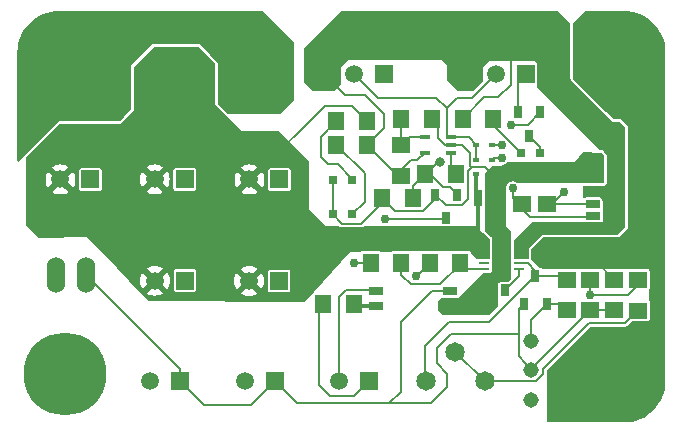
<source format=gbr>
%TF.GenerationSoftware,KiCad,Pcbnew,7.0.1*%
%TF.CreationDate,2023-03-31T01:00:54+09:00*%
%TF.ProjectId,USB_JST-XH_Converter,5553425f-4a53-4542-9d58-485f436f6e76,rev?*%
%TF.SameCoordinates,Original*%
%TF.FileFunction,Copper,L1,Top*%
%TF.FilePolarity,Positive*%
%FSLAX46Y46*%
G04 Gerber Fmt 4.6, Leading zero omitted, Abs format (unit mm)*
G04 Created by KiCad (PCBNEW 7.0.1) date 2023-03-31 01:00:54*
%MOMM*%
%LPD*%
G01*
G04 APERTURE LIST*
%TA.AperFunction,ComponentPad*%
%ADD10R,1.508000X1.508000*%
%TD*%
%TA.AperFunction,ComponentPad*%
%ADD11C,1.508000*%
%TD*%
%TA.AperFunction,ComponentPad*%
%ADD12C,1.308000*%
%TD*%
%TA.AperFunction,SMDPad,CuDef*%
%ADD13R,0.800000X0.800000*%
%TD*%
%TA.AperFunction,SMDPad,CuDef*%
%ADD14R,1.400000X1.650000*%
%TD*%
%TA.AperFunction,ComponentPad*%
%ADD15C,7.010400*%
%TD*%
%TA.AperFunction,SMDPad,CuDef*%
%ADD16R,1.650000X1.400000*%
%TD*%
%TA.AperFunction,SMDPad,CuDef*%
%ADD17R,0.800000X1.400000*%
%TD*%
%TA.AperFunction,SMDPad,CuDef*%
%ADD18R,1.400000X0.800000*%
%TD*%
%TA.AperFunction,SMDPad,CuDef*%
%ADD19R,1.200000X0.800000*%
%TD*%
%TA.AperFunction,ComponentPad*%
%ADD20C,1.650000*%
%TD*%
%TA.AperFunction,ComponentPad*%
%ADD21O,1.524000X3.048000*%
%TD*%
%TA.AperFunction,SMDPad,CuDef*%
%ADD22R,0.800000X1.000000*%
%TD*%
%TA.AperFunction,SMDPad,CuDef*%
%ADD23R,0.500000X0.530000*%
%TD*%
%TA.AperFunction,SMDPad,CuDef*%
%ADD24R,0.480000X0.400000*%
%TD*%
%TA.AperFunction,SMDPad,CuDef*%
%ADD25R,0.950000X0.450000*%
%TD*%
%TA.AperFunction,SMDPad,CuDef*%
%ADD26R,3.500000X2.500000*%
%TD*%
%TA.AperFunction,SMDPad,CuDef*%
%ADD27R,0.850000X0.280000*%
%TD*%
%TA.AperFunction,SMDPad,CuDef*%
%ADD28R,1.650000X2.400000*%
%TD*%
%TA.AperFunction,SMDPad,CuDef*%
%ADD29R,0.280000X0.700000*%
%TD*%
%TA.AperFunction,SMDPad,CuDef*%
%ADD30R,1.150000X0.700000*%
%TD*%
%TA.AperFunction,SMDPad,CuDef*%
%ADD31R,1.150000X0.800000*%
%TD*%
%TA.AperFunction,SMDPad,CuDef*%
%ADD32R,1.150000X0.900000*%
%TD*%
%TA.AperFunction,ComponentPad*%
%ADD33O,1.700000X1.000000*%
%TD*%
%TA.AperFunction,ViaPad*%
%ADD34C,1.406400*%
%TD*%
%TA.AperFunction,ViaPad*%
%ADD35C,0.756400*%
%TD*%
%TA.AperFunction,ViaPad*%
%ADD36C,0.800000*%
%TD*%
%TA.AperFunction,ViaPad*%
%ADD37C,0.756000*%
%TD*%
%TA.AperFunction,Conductor*%
%ADD38C,0.200000*%
%TD*%
%TA.AperFunction,Conductor*%
%ADD39C,0.300000*%
%TD*%
G04 APERTURE END LIST*
D10*
%TO.P,PORT2,1*%
%TO.N,GND*%
X135231100Y-101854000D03*
D11*
%TO.P,PORT2,2*%
%TO.N,VCC*%
X132691100Y-101854000D03*
%TD*%
D10*
%TO.P,PORT3,1*%
%TO.N,GND*%
X143256000Y-101854000D03*
D11*
%TO.P,PORT3,2*%
%TO.N,VCC*%
X140716000Y-101854000D03*
%TD*%
D10*
%TO.P,PORT4,1*%
%TO.N,GND*%
X135241100Y-110418600D03*
D11*
%TO.P,PORT4,2*%
%TO.N,VCC*%
X132701100Y-110418600D03*
%TD*%
D10*
%TO.P,PORT5,1*%
%TO.N,GND*%
X143231100Y-110448600D03*
D11*
%TO.P,PORT5,2*%
%TO.N,VCC*%
X140691100Y-110448600D03*
%TD*%
D12*
%TO.P,SW1,C*%
%TO.N,SWITCH*%
X164571100Y-118018600D03*
%TO.P,SW1,L*%
%TO.N,Net-(SW1-PadL)*%
X164571100Y-120518600D03*
%TO.P,SW1,R*%
%TO.N,GND*%
X164571100Y-115518600D03*
%TD*%
D13*
%TO.P,SW2,A*%
%TO.N,Net-(R2-PadLEFT)*%
X149421100Y-101928600D03*
%TO.P,SW2,K*%
%TO.N,GND*%
X147771100Y-101928600D03*
%TD*%
D14*
%TO.P,R2,LEFT*%
%TO.N,Net-(R2-PadLEFT)*%
X148071100Y-96928600D03*
%TO.P,R2,RIGHT*%
%TO.N,VCC*%
X150671100Y-96928600D03*
%TD*%
D15*
%TO.P,H1,P$1*%
%TO.N,GND*%
X125131100Y-91628600D03*
%TD*%
%TO.P,H2,P$1*%
%TO.N,GND*%
X125131100Y-118328600D03*
%TD*%
%TO.P,H3,P$1*%
%TO.N,GND*%
X171871100Y-91628600D03*
%TD*%
D16*
%TO.P,R3,LEFT*%
%TO.N,CC1*%
X163825000Y-103928600D03*
%TO.P,R3,RIGHT*%
%TO.N,GND*%
X163825000Y-101328600D03*
%TD*%
%TO.P,R4,LEFT*%
%TO.N,CC2*%
X165875000Y-103928600D03*
%TO.P,R4,RIGHT*%
%TO.N,GND*%
X165875000Y-101328600D03*
%TD*%
D10*
%TO.P,SWITCH,1*%
%TO.N,SWITCH*%
X134841100Y-118928600D03*
D11*
%TO.P,SWITCH,2*%
%TO.N,GND*%
X132301100Y-118928600D03*
%TD*%
D10*
%TO.P,CTRL,1*%
%TO.N,SWITCH*%
X142841100Y-118928600D03*
D11*
%TO.P,CTRL,2*%
%TO.N,Net-(CTRL1-Pad2)*%
X140301100Y-118928600D03*
%TD*%
D10*
%TO.P,CTRLSP,1*%
%TO.N,Net-(CTRL_I1-Pad1)*%
X150841100Y-118928600D03*
D11*
%TO.P,CTRLSP,2*%
%TO.N,Net-(CTRL_I1-Pad2)*%
X148301100Y-118928600D03*
%TD*%
D17*
%TO.P,C1,P$1*%
%TO.N,VCC*%
X160071100Y-103428600D03*
%TO.P,C1,P$2*%
%TO.N,GND*%
X162071100Y-103428600D03*
%TD*%
D18*
%TO.P,C2,P$1*%
%TO.N,VCC_P*%
X165571100Y-105928600D03*
%TO.P,C2,P$2*%
%TO.N,GND*%
X165571100Y-107928600D03*
%TD*%
D16*
%TO.P,R6,LEFT*%
%TO.N,Net-(R6-PadLEFT)*%
X173575000Y-112950000D03*
%TO.P,R6,RIGHT*%
%TO.N,VCC_P*%
X173575000Y-110350000D03*
%TD*%
%TO.P,R7,LEFT*%
%TO.N,GND*%
X167571100Y-112928600D03*
%TO.P,R7,RIGHT*%
%TO.N,Net-(R7-PadRIGHT)*%
X167571100Y-110328600D03*
%TD*%
%TO.P,R8,LEFT*%
%TO.N,Net-(COMP1-PadIN-)*%
X153571100Y-98928600D03*
%TO.P,R8,RIGHT*%
%TO.N,VCC_P*%
X153571100Y-101528600D03*
%TD*%
D14*
%TO.P,R9,LEFT*%
%TO.N,Net-(COMP1-PadIN-)*%
X153571100Y-96728600D03*
%TO.P,R9,RIGHT*%
%TO.N,GND*%
X156171100Y-96728600D03*
%TD*%
%TO.P,R12,LEFT*%
%TO.N,ILIM*%
X153571100Y-108928600D03*
%TO.P,R12,RIGHT*%
%TO.N,Net-(FET1-PadD)*%
X150971100Y-108928600D03*
%TD*%
%TO.P,R13,LEFT*%
%TO.N,ILIM*%
X158571100Y-108928600D03*
%TO.P,R13,RIGHT*%
%TO.N,GND*%
X155971100Y-108928600D03*
%TD*%
D19*
%TO.P,U2,1*%
%TO.N,Net-(CTRL_I1-Pad2)*%
X151421100Y-111293600D03*
%TO.P,U2,2*%
%TO.N,Net-(R5-PadLEFT)*%
X151421100Y-112563600D03*
%TO.P,U2,3*%
%TO.N,GND*%
X157721100Y-112563600D03*
%TO.P,U2,4*%
%TO.N,SWITCH*%
X157721100Y-111293600D03*
%TD*%
D20*
%TO.P,TP1,CENTER*%
%TO.N,Net-(R6-PadLEFT)*%
X158121100Y-116428600D03*
%TO.P,TP1,LEFT*%
%TO.N,Net-(R7-PadRIGHT)*%
X155621100Y-118928600D03*
%TO.P,TP1,RIGHT*%
%TO.N,Net-(R6-PadLEFT)*%
X160621100Y-118928600D03*
%TD*%
D14*
%TO.P,R5,LEFT*%
%TO.N,Net-(R5-PadLEFT)*%
X149571100Y-112428600D03*
%TO.P,R5,RIGHT*%
%TO.N,Net-(CTRL_I1-Pad1)*%
X146971100Y-112428600D03*
%TD*%
D16*
%TO.P,R14,LEFT*%
%TO.N,SWITCH*%
X169571100Y-112928600D03*
%TO.P,R14,RIGHT*%
%TO.N,VCC_P*%
X169571100Y-110328600D03*
%TD*%
D21*
%TO.P,JP1,1*%
%TO.N,SWITCH*%
X126841100Y-109928600D03*
%TO.P,JP1,2*%
%TO.N,GND*%
X124301100Y-109928600D03*
%TD*%
D22*
%TO.P,TR1,B*%
%TO.N,SWITCH*%
X163971100Y-112428600D03*
%TO.P,TR1,C*%
%TO.N,Net-(R7-PadRIGHT)*%
X164921100Y-110028600D03*
%TO.P,TR1,E*%
%TO.N,GND*%
X165871100Y-112428600D03*
%TD*%
D23*
%TO.P,D2,A*%
%TO.N,GND*%
X167571100Y-107363600D03*
%TO.P,D2,C*%
%TO.N,VCC_P*%
X167571100Y-105893600D03*
%TD*%
D24*
%TO.P,D1,A*%
%TO.N,GND*%
X161231100Y-101428600D03*
%TO.P,D1,C*%
%TO.N,VCC*%
X159911100Y-101428600D03*
%TD*%
%TO.P,D3,A*%
%TO.N,CC1*%
X161210000Y-100175000D03*
%TO.P,D3,C*%
%TO.N,CC*%
X159890000Y-100175000D03*
%TD*%
%TO.P,D4,A*%
%TO.N,CC2*%
X161231100Y-98900000D03*
%TO.P,D4,C*%
%TO.N,CC*%
X159911100Y-98900000D03*
%TD*%
D25*
%TO.P,COMP1,IN+*%
%TO.N,CC*%
X157771100Y-98278600D03*
%TO.P,COMP1,IN-*%
%TO.N,Net-(COMP1-PadIN-)*%
X155571100Y-98278600D03*
%TO.P,COMP1,OUT*%
%TO.N,Net-(COMP1-PadOUT)*%
X157771100Y-99578600D03*
%TO.P,COMP1,VDD*%
%TO.N,VCC_P*%
X155571100Y-99578600D03*
%TO.P,COMP1,VSS*%
%TO.N,GND*%
X157771100Y-98928600D03*
%TD*%
D13*
%TO.P,POW1,A*%
%TO.N,Net-(POW1-PadA)*%
X149421100Y-104800000D03*
%TO.P,POW1,K*%
%TO.N,GND*%
X147771100Y-104800000D03*
%TD*%
D14*
%TO.P,R1,LEFT*%
%TO.N,Net-(POW1-PadA)*%
X148071100Y-98928600D03*
%TO.P,R1,RIGHT*%
%TO.N,VCC_P*%
X150671100Y-98928600D03*
%TD*%
D10*
%TO.P,POWER,1*%
%TO.N,GND*%
X152111100Y-92928600D03*
D11*
%TO.P,POWER,2*%
%TO.N,CC*%
X149571100Y-92928600D03*
%TO.P,POWER,3*%
%TO.N,VCC_P*%
X147031100Y-92928600D03*
%TD*%
D22*
%TO.P,C3,L*%
%TO.N,Net-(C3-PadL)*%
X162371100Y-111228600D03*
%TO.P,C3,R*%
%TO.N,GND*%
X160771100Y-111228600D03*
%TD*%
D26*
%TO.P,C4,A*%
%TO.N,VCC*%
X134321100Y-91928600D03*
%TO.P,C4,C*%
%TO.N,GND*%
X140821100Y-91928600D03*
%TD*%
D27*
%TO.P,U1,DVDT*%
%TO.N,Net-(C3-PadL)*%
X163546100Y-109428600D03*
%TO.P,U1,EFET*%
%TO.N,Net-(U1-PadEFET)*%
X160596100Y-108928600D03*
%TO.P,U1,EN/UVLO*%
%TO.N,Net-(R7-PadRIGHT)*%
X163546100Y-108928600D03*
D28*
%TO.P,U1,GND1*%
%TO.N,GND*%
X162071100Y-108428600D03*
D29*
%TO.P,U1,GND2*%
X162321100Y-109978600D03*
%TO.P,U1,GND3*%
X161821100Y-109978600D03*
%TO.P,U1,GND4*%
X162321100Y-106878600D03*
%TO.P,U1,GND5*%
X161821100Y-106878600D03*
D27*
%TO.P,U1,ILIM*%
%TO.N,ILIM*%
X160596100Y-109428600D03*
%TO.P,U1,VIN1*%
%TO.N,VCC_P*%
X163546100Y-108428600D03*
%TO.P,U1,VIN2*%
X163546100Y-107928600D03*
%TO.P,U1,VIN3*%
X163546100Y-107428600D03*
%TO.P,U1,VOUT1*%
%TO.N,VCC*%
X160596100Y-108428600D03*
%TO.P,U1,VOUT2*%
X160596100Y-107928600D03*
%TO.P,U1,VOUT3*%
X160596100Y-107428600D03*
%TD*%
D30*
%TO.P,USB1,A5*%
%TO.N,CC1*%
X169771100Y-104928600D03*
D31*
%TO.P,USB1,A9*%
%TO.N,VCC_P*%
X169771100Y-102908600D03*
D32*
%TO.P,USB1,A12*%
%TO.N,GND*%
X169771100Y-101678600D03*
D30*
%TO.P,USB1,B5*%
%TO.N,CC2*%
X169771100Y-103928600D03*
D31*
%TO.P,USB1,B9*%
%TO.N,VCC_P*%
X169771100Y-105948600D03*
D32*
%TO.P,USB1,B12*%
%TO.N,GND*%
X169771100Y-107178600D03*
D33*
%TO.P,USB1,SHIELD1*%
X169771100Y-108748600D03*
%TO.P,USB1,SHIELD2*%
X169771100Y-100108600D03*
%TO.P,USB1,SHIELD3*%
X173571100Y-108748600D03*
%TO.P,USB1,SHIELD4*%
X173571100Y-100108600D03*
%TD*%
D10*
%TO.P,PORT1,1*%
%TO.N,GND*%
X127254000Y-101854000D03*
D11*
%TO.P,PORT1,2*%
%TO.N,VCC*%
X124714000Y-101854000D03*
%TD*%
D15*
%TO.P,H4,P$1*%
%TO.N,GND*%
X171871100Y-118328600D03*
%TD*%
D16*
%TO.P,R16,LEFT*%
%TO.N,SWITCH*%
X171600000Y-112925000D03*
%TO.P,R16,RIGHT*%
%TO.N,GND*%
X171600000Y-110325000D03*
%TD*%
D14*
%TO.P,R18,LEFT*%
%TO.N,VCC_P*%
X158775000Y-96700000D03*
%TO.P,R18,RIGHT*%
%TO.N,Net-(LED1-PadA)*%
X161375000Y-96700000D03*
%TD*%
D10*
%TO.P,THRU,1*%
%TO.N,GND*%
X164111100Y-92928600D03*
D11*
%TO.P,THRU,2*%
%TO.N,CC*%
X161571100Y-92928600D03*
%TO.P,THRU,3*%
%TO.N,VCC_P*%
X159031100Y-92928600D03*
%TD*%
D22*
%TO.P,FET2,D*%
%TO.N,Net-(FET2-PadD)*%
X164400000Y-98150000D03*
%TO.P,FET2,G*%
%TO.N,OUT*%
X165350000Y-96150000D03*
%TO.P,FET2,S*%
%TO.N,GND*%
X163450000Y-96150000D03*
%TD*%
D13*
%TO.P,LED1,A*%
%TO.N,Net-(LED1-PadA)*%
X163700000Y-99600000D03*
%TO.P,LED1,K*%
%TO.N,Net-(FET2-PadD)*%
X165350000Y-99600000D03*
%TD*%
D22*
%TO.P,FET1,D*%
%TO.N,Net-(FET1-PadD)*%
X157371100Y-105128600D03*
%TO.P,FET1,G*%
%TO.N,OUT*%
X158321100Y-103128600D03*
%TO.P,FET1,S*%
%TO.N,GND*%
X156421100Y-103128600D03*
%TD*%
D14*
%TO.P,R12,LEFT*%
%TO.N,OUT*%
X155571100Y-101428600D03*
%TO.P,R12,RIGHT*%
%TO.N,Net-(COMP1-PadOUT)*%
X158171100Y-101428600D03*
%TD*%
%TO.P,R13,LEFT*%
%TO.N,OUT*%
X154571100Y-103428600D03*
%TO.P,R13,RIGHT*%
%TO.N,GND*%
X151971100Y-103428600D03*
%TD*%
D34*
%TO.N,GND*%
X171871100Y-94180400D03*
D35*
X143571100Y-94928600D03*
D34*
X126935493Y-89824207D03*
X122579300Y-118328600D03*
D35*
X154801700Y-110028600D03*
D34*
X123326706Y-89824207D03*
X170066706Y-93432994D03*
X169319300Y-118328600D03*
X127682900Y-118328600D03*
X125131100Y-120880400D03*
X127682900Y-91628600D03*
X123326706Y-93432994D03*
X174422900Y-91628600D03*
X171871100Y-120880400D03*
D35*
X161971100Y-105328600D03*
D34*
X125131100Y-94180400D03*
X170066706Y-120132994D03*
X174422900Y-118328600D03*
X123326706Y-116524207D03*
D35*
X160771100Y-112828600D03*
D34*
X122579300Y-91628600D03*
X126935493Y-93432994D03*
X171871100Y-115776800D03*
X125131100Y-115776800D03*
X170066706Y-89824207D03*
X173675493Y-116524207D03*
X125131100Y-89076800D03*
X173675493Y-89824207D03*
X171871100Y-89076800D03*
X173675493Y-93432994D03*
X170066706Y-116524207D03*
X123326706Y-120132994D03*
X126935493Y-120132994D03*
X126935493Y-116524207D03*
X169319300Y-91628600D03*
D35*
X143571100Y-90428600D03*
D34*
X173675493Y-120132994D03*
D35*
%TO.N,CC1*%
X162071100Y-100025000D03*
X163025000Y-102600000D03*
%TO.N,CC2*%
X162075000Y-98900000D03*
X167371100Y-102928600D03*
%TO.N,VCC_P*%
X169571100Y-111628600D03*
X171471100Y-105928600D03*
%TO.N,Net-(FET1-PadD)*%
X152171100Y-105228600D03*
X149571100Y-108928600D03*
D36*
%TO.N,OUT*%
X156875000Y-100350000D03*
D37*
X162825000Y-97225000D03*
%TD*%
D38*
%TO.N,VCC*%
X150671100Y-96928600D02*
X149371100Y-95628600D01*
X147071100Y-95628600D02*
X140691100Y-102008600D01*
D39*
X159911100Y-101428600D02*
X159911100Y-103268600D01*
D38*
X140691100Y-102008600D02*
X140691100Y-102428600D01*
D39*
X159911100Y-103268600D02*
X160071100Y-103428600D01*
D38*
X149371100Y-95628600D02*
X147071100Y-95628600D01*
D39*
X160071100Y-103428600D02*
X160071100Y-106903600D01*
X160071100Y-106903600D02*
X160596100Y-107428600D01*
D38*
%TO.N,GND*%
X171571822Y-110350000D02*
X171575000Y-110350000D01*
X157271100Y-98928600D02*
X157771100Y-98928600D01*
X170023600Y-108748600D02*
X169771100Y-108748600D01*
X156171100Y-96728600D02*
X156671100Y-97228600D01*
X157316550Y-103981000D02*
X156464150Y-103128600D01*
X156464150Y-103128600D02*
X156421100Y-103128600D01*
X159223500Y-103483150D02*
X158725650Y-103981000D01*
X163450000Y-93589700D02*
X164111100Y-92928600D01*
X158703600Y-98928600D02*
X159375000Y-99600000D01*
X164571100Y-115518600D02*
X164571100Y-113728600D01*
X151971100Y-103808900D02*
X150160000Y-105600000D01*
X154801700Y-110028600D02*
X154871100Y-110028600D01*
X167071100Y-112428600D02*
X167571100Y-112928600D01*
X156421100Y-103528600D02*
X156421100Y-103128600D01*
X158725650Y-103981000D02*
X157316550Y-103981000D01*
X148550000Y-105600000D02*
X147771100Y-104800000D01*
X156671100Y-98328600D02*
X157271100Y-98928600D01*
X151971100Y-103428600D02*
X153071100Y-104528600D01*
X171600000Y-110325000D02*
X170023600Y-108748600D01*
X157771100Y-98928600D02*
X158703600Y-98928600D01*
X155971100Y-108928600D02*
X154871100Y-110028600D01*
X165871100Y-112428600D02*
X167071100Y-112428600D01*
X159375000Y-99600000D02*
X159375000Y-100632500D01*
X153071100Y-104528600D02*
X155421100Y-104528600D01*
X147771100Y-104800000D02*
X147771100Y-101928600D01*
X159223500Y-101176200D02*
X159223500Y-103483150D01*
X164571100Y-113728600D02*
X165871100Y-112428600D01*
X155421100Y-104528600D02*
X156421100Y-103528600D01*
X156671100Y-97228600D02*
X156671100Y-98328600D01*
X160631100Y-100828600D02*
X161231100Y-101428600D01*
X169229700Y-100650000D02*
X169771100Y-100108600D01*
X159571100Y-100828600D02*
X159223500Y-101176200D01*
X159375000Y-100632500D02*
X159418699Y-100676199D01*
X169771100Y-108748600D02*
X169970422Y-108748600D01*
X169479700Y-100400000D02*
X169771100Y-100108600D01*
X163450000Y-96150000D02*
X163450000Y-93589700D01*
X159571100Y-100828600D02*
X160631100Y-100828600D01*
X150160000Y-105600000D02*
X148550000Y-105600000D01*
X159418699Y-100676199D02*
X159571100Y-100828600D01*
X151971100Y-103428600D02*
X151971100Y-103808900D01*
%TO.N,CC1*%
X162071100Y-100025000D02*
X161360000Y-100025000D01*
X163825000Y-103928600D02*
X163528600Y-103928600D01*
X164505000Y-105070000D02*
X163825000Y-104390000D01*
X163001700Y-102859200D02*
X163001700Y-102728600D01*
X163528600Y-103928600D02*
X163025000Y-103425000D01*
X163825000Y-104390000D02*
X163825000Y-103928600D01*
X163025000Y-103425000D02*
X163025000Y-102600000D01*
X164071100Y-104128600D02*
X164071100Y-103928600D01*
X161360000Y-100025000D02*
X161210000Y-100175000D01*
X164071100Y-103928600D02*
X164071100Y-104281100D01*
X169629700Y-105070000D02*
X164505000Y-105070000D01*
X169771100Y-104928600D02*
X169629700Y-105070000D01*
%TO.N,CC2*%
X162075000Y-98900000D02*
X161231100Y-98900000D01*
X167371100Y-102928600D02*
X166371100Y-103928600D01*
X166071100Y-103928600D02*
X166371100Y-103928600D01*
X169771100Y-103928600D02*
X166071100Y-103928600D01*
%TO.N,SWITCH*%
X163571100Y-116838600D02*
X163571100Y-114928600D01*
X157471100Y-118328600D02*
X156571100Y-117428600D01*
X144725100Y-120812600D02*
X152571100Y-120812600D01*
X156571100Y-116128600D02*
X157771100Y-114928600D01*
X164661100Y-117838600D02*
X169571100Y-112928600D01*
X163571100Y-114928600D02*
X163571100Y-112828600D01*
X134841100Y-117928600D02*
X134841100Y-118928600D01*
X142841100Y-118928600D02*
X144725100Y-120812600D01*
X140871100Y-120928600D02*
X142841100Y-118958600D01*
X156206100Y-111293600D02*
X157721100Y-111293600D01*
X164571100Y-118018600D02*
X164661100Y-117838600D01*
X169574700Y-112925000D02*
X169571100Y-112928600D01*
X157771100Y-114928600D02*
X163571100Y-114928600D01*
X157471100Y-119428600D02*
X157471100Y-118328600D01*
X164571100Y-118018600D02*
X163571100Y-116838600D01*
X136841100Y-120928600D02*
X140871100Y-120928600D01*
X152571100Y-120812600D02*
X156087100Y-120812600D01*
X163571100Y-112828600D02*
X163971100Y-112428600D01*
X156087100Y-120812600D02*
X157471100Y-119428600D01*
X134841100Y-117928600D02*
X126841100Y-109928600D01*
X171600000Y-112925000D02*
X169574700Y-112925000D01*
X153571100Y-119812600D02*
X153571100Y-113928600D01*
X142841100Y-118958600D02*
X142841100Y-118928600D01*
X156571100Y-117428600D02*
X156571100Y-116128600D01*
X153571100Y-113928600D02*
X156206100Y-111293600D01*
X134841100Y-118928600D02*
X136841100Y-120928600D01*
X153571100Y-119812600D02*
X152571100Y-120812600D01*
%TO.N,VCC_P*%
X169571100Y-110328600D02*
X169571100Y-111628600D01*
X150471100Y-94728600D02*
X148771100Y-94728600D01*
X152071100Y-96328600D02*
X150471100Y-94728600D01*
X147031100Y-92988600D02*
X147031100Y-92928600D01*
X148771100Y-94728600D02*
X147031100Y-92988600D01*
X155571100Y-99578600D02*
X155221100Y-99578600D01*
X150671100Y-98928600D02*
X152871100Y-101128600D01*
X153671100Y-101128600D02*
X153571100Y-101528600D01*
X150671100Y-98928600D02*
X152071100Y-97528600D01*
X152871100Y-101128600D02*
X153571100Y-101528600D01*
X152071100Y-97528600D02*
X152071100Y-96328600D01*
X154921100Y-100228600D02*
X154371100Y-100228600D01*
X171471100Y-105928600D02*
X171571100Y-105828600D01*
X154371100Y-100228600D02*
X153571100Y-101028600D01*
X153571100Y-101028600D02*
X153571100Y-101528600D01*
X171571100Y-105828600D02*
X171571100Y-104928600D01*
X155571100Y-99578600D02*
X154921100Y-100228600D01*
X162825000Y-93825000D02*
X161775000Y-94875000D01*
X158575000Y-96725000D02*
X158775000Y-96725000D01*
X173575000Y-110328600D02*
X173575000Y-110825000D01*
X162350000Y-91000000D02*
X162825000Y-91475000D01*
X173575000Y-110825000D02*
X172771400Y-111628600D01*
X172771400Y-111628600D02*
X169571100Y-111628600D01*
X161775000Y-94875000D02*
X160600000Y-94875000D01*
X162825000Y-91475000D02*
X162825000Y-93825000D01*
X160600000Y-94875000D02*
X158775000Y-96700000D01*
X159031100Y-92928600D02*
X160959700Y-91000000D01*
X160959700Y-91000000D02*
X162350000Y-91000000D01*
%TO.N,ILIM*%
X153571100Y-108928600D02*
X153571100Y-109928600D01*
X160596100Y-109428600D02*
X159071100Y-109428600D01*
X159071100Y-109428600D02*
X158621100Y-108978600D01*
X156871100Y-110728600D02*
X158621100Y-108978600D01*
X154371100Y-110728600D02*
X153571100Y-109928600D01*
X158621100Y-108978600D02*
X158571100Y-108928600D01*
X154371100Y-110728600D02*
X156871100Y-110728600D01*
%TO.N,CC*%
X157400000Y-95825000D02*
X158300000Y-94925000D01*
X157771100Y-98278600D02*
X159289700Y-98278600D01*
X159911100Y-98900000D02*
X159911100Y-100153900D01*
X159911100Y-100153900D02*
X159890000Y-100175000D01*
X156503600Y-94928600D02*
X157400000Y-95825000D01*
X149571100Y-92928600D02*
X151571100Y-94928600D01*
X159289700Y-98278600D02*
X159911100Y-98900000D01*
X157400000Y-98025000D02*
X157400000Y-98220000D01*
X157400000Y-95825000D02*
X157400000Y-98025000D01*
X158300000Y-94925000D02*
X159574700Y-94925000D01*
X151571100Y-94928600D02*
X156503600Y-94928600D01*
X159574700Y-94925000D02*
X161571100Y-92928600D01*
%TO.N,Net-(R2-PadLEFT)*%
X148171100Y-100528600D02*
X149421100Y-101778600D01*
X149421100Y-101778600D02*
X149421100Y-101928600D01*
X148071100Y-96928600D02*
X146771100Y-98228600D01*
X147371100Y-100528600D02*
X148171100Y-100528600D01*
X146771100Y-98228600D02*
X146771100Y-99928600D01*
X146771100Y-99928600D02*
X147371100Y-100528600D01*
D39*
%TO.N,Net-(R5-PadLEFT)*%
X151421100Y-112563600D02*
X149706100Y-112563600D01*
X149706100Y-112563600D02*
X149571100Y-112428600D01*
D38*
%TO.N,Net-(R6-PadLEFT)*%
X158121100Y-116428600D02*
X160621100Y-118928600D01*
X172478600Y-114025000D02*
X169450000Y-114025000D01*
X165575000Y-118356174D02*
X165002574Y-118928600D01*
X165002574Y-118928600D02*
X160621100Y-118928600D01*
X173575000Y-112928600D02*
X172478600Y-114025000D01*
X169450000Y-114025000D02*
X165575000Y-117900000D01*
X165575000Y-117900000D02*
X165575000Y-118356174D01*
%TO.N,Net-(R7-PadRIGHT)*%
X157571100Y-113928600D02*
X161014150Y-113928600D01*
X164921100Y-110028600D02*
X164914150Y-110028600D01*
X164914150Y-110028600D02*
X161014150Y-113928600D01*
X167271100Y-110028600D02*
X167571100Y-110328600D01*
X155571100Y-115928600D02*
X157571100Y-113928600D01*
X164921100Y-110028600D02*
X164921100Y-109578600D01*
X164271100Y-108928600D02*
X163546100Y-108928600D01*
X164921100Y-110028600D02*
X167271100Y-110028600D01*
X155621100Y-118928600D02*
X155571100Y-118878600D01*
X155571100Y-118878600D02*
X155571100Y-115928600D01*
X164921100Y-109578600D02*
X164271100Y-108928600D01*
%TO.N,Net-(C3-PadL)*%
X163546100Y-110053600D02*
X162371100Y-111228600D01*
X163546100Y-109428600D02*
X163546100Y-110053600D01*
%TO.N,Net-(COMP1-PadIN-)*%
X153571100Y-98928600D02*
X153571100Y-96728600D01*
X153571100Y-98928600D02*
X154221100Y-98278600D01*
X154221100Y-98278600D02*
X155571100Y-98278600D01*
%TO.N,Net-(COMP1-PadOUT)*%
X157771100Y-101028600D02*
X158171100Y-101428600D01*
X157771100Y-99578600D02*
X157771100Y-101028600D01*
%TO.N,Net-(FET1-PadD)*%
X157271100Y-105228600D02*
X152171100Y-105228600D01*
X150971100Y-108928600D02*
X149571100Y-108928600D01*
X157271100Y-105228600D02*
X157371100Y-105128600D01*
%TO.N,Net-(CTRL_I1-Pad1)*%
X147571100Y-120228600D02*
X146571100Y-119228600D01*
X150841100Y-118928600D02*
X149541100Y-120228600D01*
X146571100Y-112828600D02*
X146971100Y-112428600D01*
X146571100Y-119228600D02*
X146571100Y-112828600D01*
X149541100Y-120228600D02*
X147571100Y-120228600D01*
%TO.N,Net-(CTRL_I1-Pad2)*%
X148301100Y-111816650D02*
X148866550Y-111251200D01*
X148301100Y-118928600D02*
X148301100Y-111816650D01*
X151378700Y-111251200D02*
X148866550Y-111251200D01*
X151421100Y-111293600D02*
X151378700Y-111251200D01*
%TO.N,Net-(POW1-PadA)*%
X150471100Y-103750000D02*
X149421100Y-104800000D01*
X148071100Y-98928600D02*
X150471100Y-101328600D01*
X150471100Y-101328600D02*
X150471100Y-103750000D01*
%TO.N,OUT*%
X155571100Y-101428600D02*
X154571100Y-102428600D01*
X154571100Y-102428600D02*
X154571100Y-103428600D01*
X158321100Y-103128600D02*
X157698500Y-102506000D01*
X157698500Y-102506000D02*
X157066550Y-102506000D01*
X157066550Y-102506000D02*
X155989150Y-101428600D01*
X155571100Y-101428600D02*
X155989150Y-101428600D01*
X164300000Y-97225000D02*
X162825000Y-97225000D01*
X165350000Y-96175000D02*
X164300000Y-97225000D01*
X165350000Y-96150000D02*
X165350000Y-96175000D01*
X156649700Y-100350000D02*
X155571100Y-101428600D01*
X156875000Y-100350000D02*
X156649700Y-100350000D01*
%TO.N,Net-(FET2-PadD)*%
X164400000Y-98150000D02*
X165350000Y-99100000D01*
X164400000Y-98150000D02*
X164400000Y-98175000D01*
X165350000Y-99100000D02*
X165350000Y-99600000D01*
%TO.N,Net-(LED1-PadA)*%
X161175000Y-96725000D02*
X161200000Y-96725000D01*
X161375000Y-96700000D02*
X161375000Y-97275000D01*
X163450000Y-99600000D02*
X163700000Y-99600000D01*
X161375000Y-97275000D02*
X163700000Y-99600000D01*
%TD*%
%TA.AperFunction,Conductor*%
%TO.N,VCC_P*%
G36*
X166828984Y-87592951D02*
G01*
X167860381Y-88594759D01*
X167871374Y-88610829D01*
X167875241Y-88629910D01*
X167875239Y-88679288D01*
X167874387Y-88688386D01*
X167867564Y-88724483D01*
X167870085Y-91688840D01*
X167870092Y-91696538D01*
X167870092Y-91696541D01*
X167871433Y-93274929D01*
X167874057Y-93288096D01*
X167875001Y-93297671D01*
X167875000Y-93349999D01*
X167875000Y-93350000D01*
X167886494Y-93361574D01*
X167896997Y-93377353D01*
X167901385Y-93387949D01*
X167945787Y-93454483D01*
X167945790Y-93454486D01*
X171315929Y-96831522D01*
X171343726Y-96850500D01*
X171363058Y-96863699D01*
X171370198Y-96869640D01*
X171450000Y-96950000D01*
X172029704Y-96950000D01*
X172064352Y-96964352D01*
X172505227Y-97405227D01*
X172519579Y-97439841D01*
X172521390Y-100014355D01*
X172520600Y-100020894D01*
X172520600Y-100195733D01*
X172521524Y-100203320D01*
X172525518Y-105880126D01*
X172511596Y-105914373D01*
X171932307Y-106508313D01*
X171916263Y-106519252D01*
X171897229Y-106523100D01*
X165649973Y-106523100D01*
X165627060Y-106527658D01*
X165617500Y-106528600D01*
X165612521Y-106528600D01*
X165607918Y-106530506D01*
X165598734Y-106533291D01*
X165571333Y-106538742D01*
X165536683Y-106553095D01*
X165470015Y-106597642D01*
X164440142Y-107627515D01*
X164395595Y-107694183D01*
X164381242Y-107728833D01*
X164375791Y-107756234D01*
X164373006Y-107765418D01*
X164371100Y-107770021D01*
X164371100Y-107775000D01*
X164370158Y-107784560D01*
X164365600Y-107807473D01*
X164365600Y-108549723D01*
X164369542Y-108569541D01*
X164366753Y-108597852D01*
X164348706Y-108619842D01*
X164321483Y-108628100D01*
X164311646Y-108628100D01*
X164300427Y-108626798D01*
X164298173Y-108626268D01*
X164285218Y-108623220D01*
X164253613Y-108627630D01*
X164246843Y-108628100D01*
X164106649Y-108628100D01*
X164079426Y-108619842D01*
X164049331Y-108599733D01*
X164049330Y-108599732D01*
X164049329Y-108599732D01*
X163990851Y-108588100D01*
X163990848Y-108588100D01*
X163155600Y-108588100D01*
X163120952Y-108573748D01*
X163106600Y-108539100D01*
X163106600Y-106971975D01*
X163120952Y-106937327D01*
X164615327Y-105442952D01*
X164649975Y-105428600D01*
X169044837Y-105428600D01*
X169072060Y-105436858D01*
X169117869Y-105467467D01*
X169132489Y-105470375D01*
X169176349Y-105479100D01*
X169176352Y-105479100D01*
X170365848Y-105479100D01*
X170365851Y-105479100D01*
X170400937Y-105472120D01*
X170424331Y-105467467D01*
X170470139Y-105436858D01*
X170497363Y-105428600D01*
X170671100Y-105428600D01*
X170671100Y-103670023D01*
X170671099Y-103670021D01*
X170553800Y-103552722D01*
X170540390Y-103527634D01*
X170534967Y-103500369D01*
X170507801Y-103459713D01*
X170490652Y-103434047D01*
X170441023Y-103400886D01*
X170424331Y-103389733D01*
X170424330Y-103389732D01*
X170424329Y-103389732D01*
X170365851Y-103378100D01*
X170365848Y-103378100D01*
X169176352Y-103378100D01*
X169176349Y-103378100D01*
X169117870Y-103389732D01*
X169072060Y-103420342D01*
X169044837Y-103428600D01*
X169020100Y-103428600D01*
X168985452Y-103414248D01*
X168971100Y-103379600D01*
X168971100Y-102423100D01*
X168985452Y-102388452D01*
X169020100Y-102374100D01*
X170722103Y-102374100D01*
X170800739Y-102358458D01*
X170800739Y-102358457D01*
X170800743Y-102358457D01*
X170835391Y-102344105D01*
X170846236Y-102336858D01*
X170873460Y-102328600D01*
X170931100Y-102328600D01*
X170931100Y-102270960D01*
X170939358Y-102243737D01*
X170944659Y-102235803D01*
X170946605Y-102232891D01*
X170960957Y-102198243D01*
X170960958Y-102198239D01*
X170976600Y-102119603D01*
X170976600Y-99910713D01*
X170974461Y-99898152D01*
X170965016Y-99842691D01*
X170954279Y-99812081D01*
X170937240Y-99781335D01*
X170931100Y-99757585D01*
X170931100Y-99755519D01*
X170931100Y-99755518D01*
X170623624Y-99378600D01*
X170621791Y-99378570D01*
X170539251Y-99377241D01*
X170533304Y-99376782D01*
X170502589Y-99372519D01*
X170413757Y-99369890D01*
X170380559Y-99355559D01*
X165089314Y-94064314D01*
X165074962Y-94029758D01*
X165074287Y-93670021D01*
X165071100Y-91970022D01*
X164929678Y-91828600D01*
X161012522Y-91828600D01*
X160471100Y-92370021D01*
X160471100Y-93549725D01*
X160456748Y-93584373D01*
X159726873Y-94314248D01*
X159692225Y-94328600D01*
X158349975Y-94328600D01*
X158315327Y-94314248D01*
X157485452Y-93484373D01*
X157471100Y-93449725D01*
X157471100Y-92170023D01*
X157471099Y-92170021D01*
X157029678Y-91728600D01*
X149112522Y-91728600D01*
X148471100Y-92370021D01*
X148471100Y-93749725D01*
X148456748Y-93784373D01*
X147926873Y-94314248D01*
X147892225Y-94328600D01*
X146049975Y-94328600D01*
X146015327Y-94314248D01*
X145385452Y-93684373D01*
X145371100Y-93649725D01*
X145371100Y-90707475D01*
X145385452Y-90672827D01*
X148464827Y-87593452D01*
X148499475Y-87579100D01*
X166794844Y-87579100D01*
X166828984Y-87592951D01*
G37*
%TD.AperFunction*%
%TD*%
%TA.AperFunction,Conductor*%
%TO.N,GND*%
G36*
X141831399Y-87584733D02*
G01*
X141855406Y-87600774D01*
X144499426Y-90244794D01*
X144515467Y-90268801D01*
X144521100Y-90297120D01*
X144521100Y-95060080D01*
X144515467Y-95088399D01*
X144499426Y-95112406D01*
X143354906Y-96256926D01*
X143330899Y-96272967D01*
X143302580Y-96278600D01*
X138883794Y-96278600D01*
X138855475Y-96272967D01*
X138831468Y-96256926D01*
X138042774Y-95468232D01*
X138026733Y-95444225D01*
X138021100Y-95415906D01*
X138021100Y-91988088D01*
X138021099Y-91988086D01*
X137966810Y-91930404D01*
X137952330Y-91908006D01*
X137946605Y-91894184D01*
X137904743Y-91831535D01*
X137902059Y-91827518D01*
X137357447Y-91282906D01*
X137355886Y-91281297D01*
X136506289Y-90378600D01*
X132570815Y-90378600D01*
X130721100Y-92191614D01*
X130721100Y-95857981D01*
X130716121Y-95884665D01*
X130701855Y-95907759D01*
X130122603Y-96544934D01*
X130120174Y-96547482D01*
X129810732Y-96856926D01*
X129786725Y-96872967D01*
X129758406Y-96878600D01*
X124633232Y-96878600D01*
X124608985Y-96902846D01*
X124584738Y-96927093D01*
X124560733Y-96943133D01*
X124536681Y-96953095D01*
X124470018Y-96997640D01*
X121640140Y-99827518D01*
X121595596Y-99894181D01*
X121585634Y-99918231D01*
X121569593Y-99942237D01*
X121197926Y-100313906D01*
X121160037Y-100334158D01*
X121117282Y-100329947D01*
X121084071Y-100302692D01*
X121071600Y-100261580D01*
X121071600Y-91696368D01*
X123276888Y-91696368D01*
X123306513Y-91965615D01*
X123366268Y-92194184D01*
X123375028Y-92227688D01*
X123480970Y-92476990D01*
X123622082Y-92708210D01*
X123795355Y-92916420D01*
X123997098Y-93097182D01*
X124223010Y-93246644D01*
X124355204Y-93308614D01*
X124468278Y-93361621D01*
X124727668Y-93439660D01*
X124995658Y-93479100D01*
X124995661Y-93479100D01*
X125198725Y-93479100D01*
X125198731Y-93479100D01*
X125401256Y-93464277D01*
X125665653Y-93405380D01*
X125918658Y-93308614D01*
X126154877Y-93176041D01*
X126369277Y-93010488D01*
X126557286Y-92815481D01*
X126714899Y-92595179D01*
X126838756Y-92354275D01*
X126926218Y-92097905D01*
X126975419Y-91831533D01*
X126985312Y-91560835D01*
X126955686Y-91291582D01*
X126887172Y-91029512D01*
X126781230Y-90780210D01*
X126640118Y-90548990D01*
X126466845Y-90340780D01*
X126265102Y-90160018D01*
X126039190Y-90010556D01*
X126039188Y-90010555D01*
X125793921Y-89895578D01*
X125534531Y-89817539D01*
X125266542Y-89778100D01*
X125266539Y-89778100D01*
X125063469Y-89778100D01*
X124860944Y-89792922D01*
X124860944Y-89792923D01*
X124596543Y-89851821D01*
X124343545Y-89948584D01*
X124107322Y-90081159D01*
X123892920Y-90246714D01*
X123704914Y-90441718D01*
X123547300Y-90662021D01*
X123423445Y-90902921D01*
X123335981Y-91159298D01*
X123286781Y-91425664D01*
X123276888Y-91696368D01*
X121071600Y-91696368D01*
X121071600Y-91080419D01*
X121071689Y-91076788D01*
X121074011Y-91029513D01*
X121088273Y-90739201D01*
X121088982Y-90732007D01*
X121138309Y-90399469D01*
X121139726Y-90392351D01*
X121221407Y-90066258D01*
X121223504Y-90059347D01*
X121336763Y-89742810D01*
X121339533Y-89736122D01*
X121483268Y-89432221D01*
X121486674Y-89425848D01*
X121659510Y-89137488D01*
X121663534Y-89131466D01*
X121863790Y-88861452D01*
X121868394Y-88855844D01*
X122094150Y-88606760D01*
X122099260Y-88601650D01*
X122348348Y-88375889D01*
X122353957Y-88371287D01*
X122401187Y-88336259D01*
X122623966Y-88171034D01*
X122629988Y-88167010D01*
X122918348Y-87994174D01*
X122924721Y-87990768D01*
X123228622Y-87847033D01*
X123235310Y-87844263D01*
X123551847Y-87731004D01*
X123558758Y-87728907D01*
X123884855Y-87647225D01*
X123891969Y-87645809D01*
X124224507Y-87596482D01*
X124231701Y-87595773D01*
X124569288Y-87579188D01*
X124572919Y-87579100D01*
X141803080Y-87579100D01*
X141831399Y-87584733D01*
G37*
%TD.AperFunction*%
%TD*%
%TA.AperFunction,Conductor*%
%TO.N,GND*%
G36*
X172432300Y-87579158D02*
G01*
X172771715Y-87595833D01*
X172776476Y-87596301D01*
X173111450Y-87645990D01*
X173116140Y-87646923D01*
X173386683Y-87714690D01*
X173444615Y-87729202D01*
X173449217Y-87730598D01*
X173768043Y-87844676D01*
X173772485Y-87846517D01*
X174078578Y-87991288D01*
X174082803Y-87993545D01*
X174263480Y-88101839D01*
X174373257Y-88167637D01*
X174377255Y-88170309D01*
X174513238Y-88271161D01*
X174649227Y-88372017D01*
X174652939Y-88375063D01*
X174903835Y-88602463D01*
X174907236Y-88605864D01*
X175134636Y-88856760D01*
X175137686Y-88860477D01*
X175339390Y-89132444D01*
X175342062Y-89136442D01*
X175516149Y-89426888D01*
X175518415Y-89431129D01*
X175663182Y-89737214D01*
X175665023Y-89741656D01*
X175779101Y-90060482D01*
X175780497Y-90065084D01*
X175862773Y-90393546D01*
X175863711Y-90398262D01*
X175913396Y-90733211D01*
X175913867Y-90737997D01*
X175930541Y-91077399D01*
X175930600Y-91079803D01*
X175930600Y-118927397D01*
X175930541Y-118929801D01*
X175913867Y-119269202D01*
X175913396Y-119273988D01*
X175863711Y-119608937D01*
X175862773Y-119613653D01*
X175780497Y-119942115D01*
X175779101Y-119946717D01*
X175665023Y-120265543D01*
X175663182Y-120269985D01*
X175518415Y-120576070D01*
X175516149Y-120580311D01*
X175342062Y-120870757D01*
X175339390Y-120874755D01*
X175137686Y-121146722D01*
X175134636Y-121150439D01*
X174907236Y-121401335D01*
X174903835Y-121404736D01*
X174652939Y-121632136D01*
X174649222Y-121635186D01*
X174377255Y-121836890D01*
X174373257Y-121839562D01*
X174082811Y-122013649D01*
X174078570Y-122015915D01*
X173772485Y-122160682D01*
X173768043Y-122162523D01*
X173449217Y-122276601D01*
X173444615Y-122277997D01*
X173116153Y-122360273D01*
X173111437Y-122361211D01*
X172776488Y-122410896D01*
X172771702Y-122411367D01*
X172432301Y-122428041D01*
X172429897Y-122428100D01*
X165949000Y-122428100D01*
X165914352Y-122413748D01*
X165900000Y-122379100D01*
X165900000Y-118396363D01*
X170016888Y-118396363D01*
X170046513Y-118665615D01*
X170115028Y-118927689D01*
X170220970Y-119176990D01*
X170362080Y-119408207D01*
X170529127Y-119608937D01*
X170535355Y-119616420D01*
X170737098Y-119797182D01*
X170963010Y-119946644D01*
X171208276Y-120061620D01*
X171353724Y-120105379D01*
X171467665Y-120139659D01*
X171467666Y-120139659D01*
X171467669Y-120139660D01*
X171735661Y-120179100D01*
X171938731Y-120179100D01*
X171938735Y-120179100D01*
X172039993Y-120171688D01*
X172141256Y-120164277D01*
X172405653Y-120105380D01*
X172658658Y-120008614D01*
X172894877Y-119876041D01*
X173109277Y-119710488D01*
X173297286Y-119515481D01*
X173454899Y-119295179D01*
X173578756Y-119054275D01*
X173621631Y-118928600D01*
X173666217Y-118797909D01*
X173666218Y-118797905D01*
X173715419Y-118531533D01*
X173725312Y-118260835D01*
X173695686Y-117991582D01*
X173627172Y-117729512D01*
X173521230Y-117480210D01*
X173380118Y-117248990D01*
X173206845Y-117040780D01*
X173005102Y-116860018D01*
X172779190Y-116710556D01*
X172779187Y-116710554D01*
X172533922Y-116595579D01*
X172274534Y-116517540D01*
X172073537Y-116487960D01*
X172006539Y-116478100D01*
X171803469Y-116478100D01*
X171803465Y-116478100D01*
X171600947Y-116492922D01*
X171336545Y-116551820D01*
X171083540Y-116648586D01*
X170847320Y-116781160D01*
X170632926Y-116946709D01*
X170444913Y-117141720D01*
X170287302Y-117362018D01*
X170163441Y-117602930D01*
X170075982Y-117859290D01*
X170026780Y-118125669D01*
X170016888Y-118396363D01*
X165900000Y-118396363D01*
X165900000Y-118020267D01*
X165903730Y-118001516D01*
X165914352Y-117985619D01*
X169560120Y-114339852D01*
X169594768Y-114325500D01*
X172421590Y-114325500D01*
X172435711Y-114327803D01*
X172436364Y-114327772D01*
X172436365Y-114327773D01*
X172484410Y-114325551D01*
X172486673Y-114325500D01*
X172506443Y-114325500D01*
X172506444Y-114325500D01*
X172509965Y-114324841D01*
X172516709Y-114324058D01*
X172548592Y-114322585D01*
X172562890Y-114316270D01*
X172573671Y-114312932D01*
X172589033Y-114310061D01*
X172616170Y-114293258D01*
X172622162Y-114290100D01*
X172651365Y-114277206D01*
X172662416Y-114266154D01*
X172671258Y-114259149D01*
X172684552Y-114250919D01*
X172703791Y-114225440D01*
X172708234Y-114220335D01*
X173063718Y-113864852D01*
X173098367Y-113850500D01*
X174419751Y-113850500D01*
X174454837Y-113843520D01*
X174478231Y-113838867D01*
X174544552Y-113794552D01*
X174588867Y-113728231D01*
X174594065Y-113702100D01*
X174600500Y-113669751D01*
X174600500Y-112230249D01*
X174588868Y-112171771D01*
X174588867Y-112171769D01*
X174583257Y-112163373D01*
X174575000Y-112136152D01*
X174575000Y-111163848D01*
X174583257Y-111136626D01*
X174588867Y-111128231D01*
X174593124Y-111106831D01*
X174600500Y-111069751D01*
X174600500Y-109630249D01*
X174588868Y-109571771D01*
X174588867Y-109571769D01*
X174583257Y-109563373D01*
X174575000Y-109536152D01*
X174575000Y-109399999D01*
X172329992Y-109428596D01*
X172329368Y-109428600D01*
X170423188Y-109428600D01*
X170418111Y-109428100D01*
X170415848Y-109428100D01*
X168726352Y-109428100D01*
X168724089Y-109428100D01*
X168719012Y-109428600D01*
X168423188Y-109428600D01*
X168418111Y-109428100D01*
X168415848Y-109428100D01*
X166726352Y-109428100D01*
X166724089Y-109428100D01*
X166719012Y-109428600D01*
X165521612Y-109428600D01*
X165498514Y-109422814D01*
X165480870Y-109406823D01*
X165465651Y-109384047D01*
X165432716Y-109362040D01*
X165399331Y-109339733D01*
X165399330Y-109339732D01*
X165399329Y-109339732D01*
X165340858Y-109328101D01*
X165315770Y-109314691D01*
X164585452Y-108584373D01*
X164571100Y-108549725D01*
X164571100Y-107807475D01*
X164585452Y-107772827D01*
X165615327Y-106742952D01*
X165649975Y-106728600D01*
X172028340Y-106728600D01*
X172028341Y-106728600D01*
X172731100Y-105993153D01*
X172725000Y-97325000D01*
X172724999Y-97324999D01*
X172724999Y-97324998D01*
X172150001Y-96725001D01*
X172150000Y-96725000D01*
X172149999Y-96724999D01*
X172149998Y-96724999D01*
X171494258Y-96700713D01*
X171461388Y-96686360D01*
X170913862Y-96137714D01*
X168091249Y-93309324D01*
X168076934Y-93274756D01*
X168075592Y-91696363D01*
X170016888Y-91696363D01*
X170046513Y-91965615D01*
X170046514Y-91965618D01*
X170115028Y-92227688D01*
X170220970Y-92476990D01*
X170362082Y-92708210D01*
X170535355Y-92916420D01*
X170737098Y-93097182D01*
X170963010Y-93246644D01*
X171208276Y-93361620D01*
X171353724Y-93405379D01*
X171467665Y-93439659D01*
X171467666Y-93439659D01*
X171467669Y-93439660D01*
X171735661Y-93479100D01*
X171938731Y-93479100D01*
X171938735Y-93479100D01*
X172039993Y-93471688D01*
X172141256Y-93464277D01*
X172405653Y-93405380D01*
X172658658Y-93308614D01*
X172894877Y-93176041D01*
X173109277Y-93010488D01*
X173297286Y-92815481D01*
X173454899Y-92595179D01*
X173578756Y-92354275D01*
X173588731Y-92325034D01*
X173666217Y-92097909D01*
X173690653Y-91965615D01*
X173715419Y-91831533D01*
X173725312Y-91560835D01*
X173695686Y-91291582D01*
X173627172Y-91029512D01*
X173521230Y-90780210D01*
X173380118Y-90548990D01*
X173206845Y-90340780D01*
X173005102Y-90160018D01*
X172779190Y-90010556D01*
X172779187Y-90010554D01*
X172533922Y-89895579D01*
X172274534Y-89817540D01*
X172073536Y-89787959D01*
X172006539Y-89778100D01*
X171803469Y-89778100D01*
X171803465Y-89778100D01*
X171600947Y-89792922D01*
X171336545Y-89851820D01*
X171083540Y-89948586D01*
X170847320Y-90081160D01*
X170632926Y-90246709D01*
X170444913Y-90441720D01*
X170287302Y-90662018D01*
X170163441Y-90902930D01*
X170075982Y-91159290D01*
X170026780Y-91425669D01*
X170016888Y-91696363D01*
X168075592Y-91696363D01*
X168073065Y-88724306D01*
X168086204Y-88690875D01*
X169058315Y-87646926D01*
X169106940Y-87594708D01*
X169123245Y-87583171D01*
X169142800Y-87579100D01*
X172365208Y-87579100D01*
X172429897Y-87579100D01*
X172432300Y-87579158D01*
G37*
%TD.AperFunction*%
%TD*%
%TA.AperFunction,Conductor*%
%TO.N,GND*%
G36*
X170496510Y-99577929D02*
G01*
X170516935Y-99583063D01*
X170533319Y-99596296D01*
X170705741Y-99811824D01*
X170760363Y-99880101D01*
X170771100Y-99910711D01*
X170771100Y-102119600D01*
X170756748Y-102154248D01*
X170722100Y-102168600D01*
X163430041Y-102168600D01*
X163400212Y-102158474D01*
X163316848Y-102094507D01*
X163316847Y-102094506D01*
X163176071Y-102036195D01*
X163025000Y-102016306D01*
X162873928Y-102036195D01*
X162733151Y-102094507D01*
X162612265Y-102187265D01*
X162519507Y-102308151D01*
X162519506Y-102308152D01*
X162519506Y-102308153D01*
X162502427Y-102349384D01*
X162461195Y-102448928D01*
X162441306Y-102599999D01*
X162461194Y-102751069D01*
X162461195Y-102751071D01*
X162467370Y-102765980D01*
X162471100Y-102784730D01*
X162471100Y-105782668D01*
X162889542Y-106278343D01*
X162901100Y-106309951D01*
X162901100Y-110251836D01*
X162896690Y-110272152D01*
X162884253Y-110288812D01*
X162622901Y-110516076D01*
X162590748Y-110528100D01*
X161949089Y-110528100D01*
X161944012Y-110528600D01*
X161912522Y-110528600D01*
X161906759Y-110530986D01*
X161900854Y-110534143D01*
X161900972Y-110534319D01*
X161892869Y-110539732D01*
X161892869Y-110539733D01*
X161826548Y-110584048D01*
X161793999Y-110632761D01*
X161776819Y-110658472D01*
X161776643Y-110658354D01*
X161773486Y-110664259D01*
X161771100Y-110670022D01*
X161771100Y-110701512D01*
X161770600Y-110706589D01*
X161770600Y-111750611D01*
X161771100Y-111755688D01*
X161771100Y-112549725D01*
X161756748Y-112584373D01*
X161026873Y-113314248D01*
X160992225Y-113328600D01*
X157149975Y-113328600D01*
X157115327Y-113314248D01*
X156685452Y-112884373D01*
X156671100Y-112849725D01*
X156671100Y-112207475D01*
X156685452Y-112172827D01*
X156685452Y-112172826D01*
X156974238Y-111884040D01*
X157004080Y-111869926D01*
X157036105Y-111877947D01*
X157042869Y-111882467D01*
X157050777Y-111884040D01*
X157101349Y-111894100D01*
X157101352Y-111894100D01*
X158340848Y-111894100D01*
X158340851Y-111894100D01*
X158375937Y-111887120D01*
X158399331Y-111882467D01*
X158465652Y-111838152D01*
X158509967Y-111771831D01*
X158512908Y-111757044D01*
X158526315Y-111731962D01*
X160474826Y-109783452D01*
X160509475Y-109769100D01*
X161040851Y-109769100D01*
X161075937Y-109762120D01*
X161099331Y-109757467D01*
X161165652Y-109713152D01*
X161209967Y-109646831D01*
X161217320Y-109609860D01*
X161228796Y-109589569D01*
X161231100Y-109584363D01*
X161231100Y-108638009D01*
X161234830Y-108619258D01*
X161235457Y-108617742D01*
X161251100Y-108539103D01*
X161251100Y-107233914D01*
X161252041Y-107224357D01*
X161253255Y-107218252D01*
X161257020Y-107206856D01*
X161259492Y-107201630D01*
X161267750Y-107174409D01*
X161276600Y-107114752D01*
X161276600Y-106906039D01*
X161272160Y-106863551D01*
X161267971Y-106843728D01*
X161267970Y-106843727D01*
X161233598Y-106766024D01*
X161221748Y-106749591D01*
X161193293Y-106717722D01*
X160687139Y-106257582D01*
X160675289Y-106241148D01*
X160671100Y-106221325D01*
X160671100Y-104155688D01*
X160671600Y-104150611D01*
X160671600Y-102706589D01*
X160671100Y-102701512D01*
X160671100Y-101307475D01*
X160685452Y-101272827D01*
X161215327Y-100742952D01*
X161249975Y-100728600D01*
X162029678Y-100728600D01*
X162157709Y-100606768D01*
X162185086Y-100593687D01*
X162222171Y-100588805D01*
X162362947Y-100530494D01*
X162483834Y-100437734D01*
X162498077Y-100419171D01*
X162515280Y-100405053D01*
X162536952Y-100400000D01*
X168250000Y-100400000D01*
X168977096Y-99551220D01*
X168994486Y-99538288D01*
X169015752Y-99534121D01*
X170496510Y-99577929D01*
G37*
%TD.AperFunction*%
%TD*%
%TA.AperFunction,Conductor*%
%TO.N,VCC*%
G36*
X136426873Y-90642952D02*
G01*
X137756748Y-91972827D01*
X137771100Y-92007475D01*
X137771100Y-95487178D01*
X140012522Y-97728600D01*
X143192225Y-97728600D01*
X143226873Y-97742952D01*
X145756748Y-100272827D01*
X145771100Y-100307475D01*
X145771100Y-104387178D01*
X147212522Y-105828600D01*
X148335733Y-105828600D01*
X148368744Y-105841389D01*
X148389064Y-105859914D01*
X148389065Y-105859914D01*
X148389067Y-105859916D01*
X148401439Y-105864708D01*
X148411957Y-105870344D01*
X148422794Y-105877982D01*
X148456033Y-105886269D01*
X148461874Y-105888121D01*
X148493827Y-105900500D01*
X148507085Y-105900500D01*
X148518939Y-105901956D01*
X148531801Y-105905163D01*
X148531801Y-105905162D01*
X148531802Y-105905163D01*
X148557276Y-105901956D01*
X148565792Y-105900884D01*
X148571912Y-105900500D01*
X150101992Y-105900500D01*
X150114609Y-105902593D01*
X150116081Y-105902533D01*
X150116084Y-105902534D01*
X150165116Y-105900539D01*
X150167107Y-105900500D01*
X150187843Y-105900500D01*
X150187844Y-105900500D01*
X150190401Y-105900021D01*
X150197419Y-105899225D01*
X150228338Y-105897969D01*
X150243568Y-105891343D01*
X150254106Y-105888112D01*
X150270433Y-105885061D01*
X150296751Y-105868764D01*
X150302976Y-105865506D01*
X150331362Y-105853161D01*
X150331586Y-105852938D01*
X150341878Y-105842761D01*
X150376334Y-105828600D01*
X156944012Y-105828600D01*
X156949089Y-105829100D01*
X156951352Y-105829100D01*
X157790848Y-105829100D01*
X157793111Y-105829100D01*
X157798188Y-105828600D01*
X159890817Y-105828600D01*
X159923778Y-105841343D01*
X161055061Y-106869782D01*
X161066911Y-106886216D01*
X161071100Y-106906039D01*
X161071100Y-107114752D01*
X161062842Y-107141973D01*
X161059635Y-107146773D01*
X161057231Y-107150371D01*
X161045600Y-107208849D01*
X161045600Y-108539100D01*
X161031248Y-108573748D01*
X160996600Y-108588100D01*
X160151349Y-108588100D01*
X160092870Y-108599732D01*
X160071119Y-108614265D01*
X160039094Y-108622286D01*
X160009249Y-108608170D01*
X159478800Y-108077721D01*
X159465390Y-108052634D01*
X159459967Y-108025369D01*
X159423712Y-107971110D01*
X159415652Y-107959047D01*
X159366023Y-107925886D01*
X159349331Y-107914733D01*
X159349330Y-107914732D01*
X159349329Y-107914732D01*
X159290851Y-107903100D01*
X159290848Y-107903100D01*
X157851352Y-107903100D01*
X157851349Y-107903100D01*
X157792870Y-107914732D01*
X157774530Y-107926986D01*
X157747514Y-107935243D01*
X156801046Y-107939219D01*
X156773618Y-107930961D01*
X156749331Y-107914733D01*
X156749330Y-107914732D01*
X156749328Y-107914731D01*
X156690851Y-107903100D01*
X156690848Y-107903100D01*
X155251352Y-107903100D01*
X155251349Y-107903100D01*
X155192870Y-107914732D01*
X155158085Y-107937974D01*
X155131069Y-107946231D01*
X154416035Y-107949234D01*
X154388606Y-107940976D01*
X154376770Y-107933067D01*
X154349331Y-107914733D01*
X154349330Y-107914732D01*
X154349329Y-107914732D01*
X154290851Y-107903100D01*
X154290848Y-107903100D01*
X152851352Y-107903100D01*
X152851349Y-107903100D01*
X152792869Y-107914732D01*
X152742907Y-107948116D01*
X152715890Y-107956374D01*
X151832274Y-107960085D01*
X151804845Y-107951827D01*
X151749331Y-107914733D01*
X151749330Y-107914732D01*
X151749329Y-107914732D01*
X151690851Y-107903100D01*
X151690848Y-107903100D01*
X150251352Y-107903100D01*
X150251349Y-107903100D01*
X150192869Y-107914732D01*
X150126462Y-107959104D01*
X150099445Y-107967362D01*
X149207175Y-107971110D01*
X145407608Y-112212389D01*
X145390896Y-112224521D01*
X145370670Y-112228691D01*
X132126378Y-112109388D01*
X132107427Y-112105390D01*
X132091508Y-112094362D01*
X131493434Y-111472670D01*
X132006238Y-111472670D01*
X132067691Y-111515699D01*
X132267822Y-111609022D01*
X132481114Y-111666174D01*
X132701100Y-111685420D01*
X132921085Y-111666174D01*
X133134377Y-111609022D01*
X133334513Y-111515698D01*
X133353119Y-111502670D01*
X139996238Y-111502670D01*
X140057691Y-111545699D01*
X140257822Y-111639022D01*
X140471114Y-111696174D01*
X140691100Y-111715420D01*
X140911085Y-111696174D01*
X141124377Y-111639022D01*
X141324513Y-111545698D01*
X141385960Y-111502672D01*
X141385960Y-111502669D01*
X141105642Y-111222351D01*
X142276600Y-111222351D01*
X142288232Y-111280829D01*
X142332547Y-111347152D01*
X142365708Y-111369309D01*
X142398869Y-111391467D01*
X142413489Y-111394375D01*
X142457349Y-111403100D01*
X142457352Y-111403100D01*
X144004848Y-111403100D01*
X144004851Y-111403100D01*
X144039937Y-111396120D01*
X144063331Y-111391467D01*
X144129652Y-111347152D01*
X144173967Y-111280831D01*
X144181436Y-111243281D01*
X144185600Y-111222351D01*
X144185600Y-109674849D01*
X144173967Y-109616370D01*
X144173967Y-109616369D01*
X144151809Y-109583208D01*
X144129652Y-109550047D01*
X144073150Y-109512294D01*
X144063331Y-109505733D01*
X144063330Y-109505732D01*
X144063329Y-109505732D01*
X144004851Y-109494100D01*
X144004848Y-109494100D01*
X142457352Y-109494100D01*
X142457349Y-109494100D01*
X142398870Y-109505732D01*
X142332547Y-109550047D01*
X142288232Y-109616370D01*
X142276600Y-109674849D01*
X142276600Y-111222351D01*
X141105642Y-111222351D01*
X140691100Y-110807810D01*
X139996238Y-111502670D01*
X133353119Y-111502670D01*
X133395960Y-111472672D01*
X133395960Y-111472669D01*
X133115642Y-111192351D01*
X134286600Y-111192351D01*
X134298232Y-111250829D01*
X134342547Y-111317152D01*
X134375708Y-111339309D01*
X134408869Y-111361467D01*
X134423489Y-111364375D01*
X134467349Y-111373100D01*
X134467352Y-111373100D01*
X136014848Y-111373100D01*
X136014851Y-111373100D01*
X136049937Y-111366120D01*
X136073331Y-111361467D01*
X136139652Y-111317152D01*
X136183967Y-111250831D01*
X136189633Y-111222348D01*
X136195600Y-111192351D01*
X136195600Y-110448600D01*
X139424279Y-110448600D01*
X139443525Y-110668585D01*
X139500677Y-110881877D01*
X139594000Y-111082008D01*
X139637028Y-111143460D01*
X140331890Y-110448601D01*
X140331890Y-110448600D01*
X141050310Y-110448600D01*
X141745169Y-111143460D01*
X141745172Y-111143460D01*
X141788198Y-111082013D01*
X141881522Y-110881877D01*
X141938674Y-110668585D01*
X141957920Y-110448599D01*
X141938674Y-110228614D01*
X141881522Y-110015322D01*
X141788198Y-109815187D01*
X141745171Y-109753739D01*
X141745168Y-109753739D01*
X141050310Y-110448600D01*
X140331890Y-110448600D01*
X140331890Y-110448599D01*
X139637029Y-109753739D01*
X139594000Y-109815192D01*
X139500677Y-110015322D01*
X139443525Y-110228614D01*
X139424279Y-110448600D01*
X136195600Y-110448600D01*
X136195600Y-109644849D01*
X136183967Y-109586370D01*
X136183967Y-109586369D01*
X136159697Y-109550047D01*
X136139652Y-109520047D01*
X136082017Y-109481537D01*
X136073331Y-109475733D01*
X136073330Y-109475732D01*
X136073329Y-109475732D01*
X136014851Y-109464100D01*
X136014848Y-109464100D01*
X134467352Y-109464100D01*
X134467349Y-109464100D01*
X134408870Y-109475732D01*
X134342547Y-109520047D01*
X134298232Y-109586370D01*
X134286600Y-109644849D01*
X134286600Y-111192351D01*
X133115642Y-111192351D01*
X132701100Y-110777810D01*
X132006238Y-111472670D01*
X131493434Y-111472670D01*
X130479408Y-110418600D01*
X131434279Y-110418600D01*
X131453525Y-110638585D01*
X131510677Y-110851877D01*
X131604000Y-111052008D01*
X131647028Y-111113460D01*
X132341890Y-110418601D01*
X132341890Y-110418600D01*
X133060310Y-110418600D01*
X133755169Y-111113460D01*
X133755172Y-111113460D01*
X133798198Y-111052013D01*
X133891522Y-110851877D01*
X133948674Y-110638585D01*
X133967920Y-110418600D01*
X133948674Y-110198614D01*
X133891522Y-109985322D01*
X133798198Y-109785187D01*
X133755171Y-109723739D01*
X133755168Y-109723739D01*
X133060310Y-110418600D01*
X132341890Y-110418600D01*
X131647029Y-109723739D01*
X131604000Y-109785192D01*
X131510677Y-109985322D01*
X131453525Y-110198614D01*
X131434279Y-110418600D01*
X130479408Y-110418600D01*
X129465381Y-109364529D01*
X132006239Y-109364529D01*
X132701099Y-110059389D01*
X133365959Y-109394529D01*
X139996239Y-109394529D01*
X140691099Y-110089389D01*
X141385960Y-109394528D01*
X141324508Y-109351500D01*
X141124377Y-109258177D01*
X140911085Y-109201025D01*
X140691100Y-109181779D01*
X140471114Y-109201025D01*
X140257822Y-109258177D01*
X140057692Y-109351500D01*
X139996239Y-109394529D01*
X133365959Y-109394529D01*
X133395960Y-109364528D01*
X133334508Y-109321500D01*
X133134377Y-109228177D01*
X132921085Y-109171025D01*
X132701100Y-109151779D01*
X132481114Y-109171025D01*
X132267822Y-109228177D01*
X132067692Y-109321500D01*
X132006239Y-109364529D01*
X129465381Y-109364529D01*
X126954669Y-106754669D01*
X126954668Y-106754668D01*
X122950500Y-106828217D01*
X122931265Y-106824665D01*
X122914952Y-106813873D01*
X121785452Y-105684373D01*
X121771100Y-105649725D01*
X121771100Y-102908070D01*
X124019138Y-102908070D01*
X124080591Y-102951099D01*
X124280722Y-103044422D01*
X124494014Y-103101574D01*
X124714000Y-103120820D01*
X124933985Y-103101574D01*
X125147277Y-103044422D01*
X125347413Y-102951098D01*
X125408860Y-102908072D01*
X125408860Y-102908070D01*
X131996238Y-102908070D01*
X132057691Y-102951099D01*
X132257822Y-103044422D01*
X132471114Y-103101574D01*
X132691100Y-103120820D01*
X132911085Y-103101574D01*
X133124377Y-103044422D01*
X133324513Y-102951098D01*
X133385960Y-102908072D01*
X133385960Y-102908070D01*
X140021138Y-102908070D01*
X140082591Y-102951099D01*
X140282722Y-103044422D01*
X140496014Y-103101574D01*
X140716000Y-103120820D01*
X140935985Y-103101574D01*
X141149277Y-103044422D01*
X141349413Y-102951098D01*
X141410860Y-102908072D01*
X141410860Y-102908069D01*
X141130542Y-102627751D01*
X142301500Y-102627751D01*
X142313132Y-102686229D01*
X142357447Y-102752552D01*
X142390608Y-102774709D01*
X142423769Y-102796867D01*
X142438389Y-102799775D01*
X142482249Y-102808500D01*
X142482252Y-102808500D01*
X144029748Y-102808500D01*
X144029751Y-102808500D01*
X144064837Y-102801520D01*
X144088231Y-102796867D01*
X144154552Y-102752552D01*
X144198867Y-102686231D01*
X144203520Y-102662837D01*
X144210500Y-102627751D01*
X144210500Y-101080249D01*
X144198867Y-101021770D01*
X144198867Y-101021769D01*
X144176709Y-100988608D01*
X144154552Y-100955447D01*
X144104923Y-100922286D01*
X144088231Y-100911133D01*
X144088230Y-100911132D01*
X144088229Y-100911132D01*
X144029751Y-100899500D01*
X144029748Y-100899500D01*
X142482252Y-100899500D01*
X142482249Y-100899500D01*
X142423770Y-100911132D01*
X142357447Y-100955447D01*
X142313132Y-101021770D01*
X142301500Y-101080249D01*
X142301500Y-102627751D01*
X141130542Y-102627751D01*
X140716000Y-102213210D01*
X140021138Y-102908070D01*
X133385960Y-102908070D01*
X133385960Y-102908069D01*
X133105642Y-102627751D01*
X134276600Y-102627751D01*
X134288232Y-102686229D01*
X134332547Y-102752552D01*
X134365708Y-102774709D01*
X134398869Y-102796867D01*
X134413489Y-102799775D01*
X134457349Y-102808500D01*
X134457352Y-102808500D01*
X136004848Y-102808500D01*
X136004851Y-102808500D01*
X136039937Y-102801520D01*
X136063331Y-102796867D01*
X136129652Y-102752552D01*
X136173967Y-102686231D01*
X136178620Y-102662837D01*
X136185600Y-102627751D01*
X136185600Y-101854000D01*
X139449179Y-101854000D01*
X139468425Y-102073985D01*
X139525577Y-102287277D01*
X139618900Y-102487408D01*
X139661928Y-102548860D01*
X140356790Y-101854001D01*
X141075210Y-101854001D01*
X141770069Y-102548860D01*
X141770072Y-102548860D01*
X141813098Y-102487413D01*
X141906422Y-102287277D01*
X141963574Y-102073985D01*
X141982820Y-101853999D01*
X141963574Y-101634014D01*
X141906422Y-101420722D01*
X141813098Y-101220587D01*
X141770071Y-101159139D01*
X141770068Y-101159139D01*
X141075210Y-101854000D01*
X141075210Y-101854001D01*
X140356790Y-101854001D01*
X140356790Y-101853999D01*
X139661929Y-101159139D01*
X139618900Y-101220592D01*
X139525577Y-101420722D01*
X139468425Y-101634014D01*
X139449179Y-101854000D01*
X136185600Y-101854000D01*
X136185600Y-101080249D01*
X136173967Y-101021770D01*
X136173967Y-101021769D01*
X136151809Y-100988608D01*
X136129652Y-100955447D01*
X136080023Y-100922286D01*
X136063331Y-100911133D01*
X136063330Y-100911132D01*
X136063329Y-100911132D01*
X136004851Y-100899500D01*
X136004848Y-100899500D01*
X134457352Y-100899500D01*
X134457349Y-100899500D01*
X134398870Y-100911132D01*
X134332547Y-100955447D01*
X134288232Y-101021770D01*
X134276600Y-101080249D01*
X134276600Y-102627751D01*
X133105642Y-102627751D01*
X132691100Y-102213210D01*
X131996238Y-102908070D01*
X125408860Y-102908070D01*
X125408860Y-102908069D01*
X125128542Y-102627751D01*
X126299500Y-102627751D01*
X126311132Y-102686229D01*
X126355447Y-102752552D01*
X126388608Y-102774709D01*
X126421769Y-102796867D01*
X126436389Y-102799775D01*
X126480249Y-102808500D01*
X126480252Y-102808500D01*
X128027748Y-102808500D01*
X128027751Y-102808500D01*
X128062837Y-102801520D01*
X128086231Y-102796867D01*
X128152552Y-102752552D01*
X128196867Y-102686231D01*
X128201520Y-102662837D01*
X128208500Y-102627751D01*
X128208500Y-101854000D01*
X131424279Y-101854000D01*
X131443525Y-102073985D01*
X131500677Y-102287277D01*
X131594000Y-102487408D01*
X131637028Y-102548860D01*
X132331890Y-101854001D01*
X133050310Y-101854001D01*
X133745169Y-102548860D01*
X133745172Y-102548860D01*
X133788198Y-102487413D01*
X133881522Y-102287277D01*
X133938674Y-102073985D01*
X133957920Y-101853999D01*
X133938674Y-101634014D01*
X133881522Y-101420722D01*
X133788198Y-101220587D01*
X133745171Y-101159139D01*
X133745168Y-101159139D01*
X133050310Y-101854000D01*
X133050310Y-101854001D01*
X132331890Y-101854001D01*
X132331890Y-101853999D01*
X131637029Y-101159139D01*
X131594000Y-101220592D01*
X131500677Y-101420722D01*
X131443525Y-101634014D01*
X131424279Y-101854000D01*
X128208500Y-101854000D01*
X128208500Y-101080249D01*
X128196867Y-101021770D01*
X128196867Y-101021769D01*
X128174709Y-100988608D01*
X128152552Y-100955447D01*
X128102923Y-100922286D01*
X128086231Y-100911133D01*
X128086230Y-100911132D01*
X128086229Y-100911132D01*
X128027751Y-100899500D01*
X128027748Y-100899500D01*
X126480252Y-100899500D01*
X126480249Y-100899500D01*
X126421770Y-100911132D01*
X126355447Y-100955447D01*
X126311132Y-101021770D01*
X126299500Y-101080249D01*
X126299500Y-102627751D01*
X125128542Y-102627751D01*
X124714000Y-102213210D01*
X124019138Y-102908070D01*
X121771100Y-102908070D01*
X121771100Y-101853999D01*
X123447179Y-101853999D01*
X123466425Y-102073985D01*
X123523577Y-102287277D01*
X123616900Y-102487408D01*
X123659928Y-102548860D01*
X124354790Y-101854001D01*
X124354790Y-101854000D01*
X125073210Y-101854000D01*
X125768069Y-102548860D01*
X125768072Y-102548860D01*
X125811098Y-102487413D01*
X125904422Y-102287277D01*
X125961574Y-102073985D01*
X125980820Y-101853999D01*
X125961574Y-101634014D01*
X125904422Y-101420722D01*
X125811098Y-101220587D01*
X125768071Y-101159139D01*
X125768068Y-101159139D01*
X125073210Y-101854000D01*
X124354790Y-101854000D01*
X123659929Y-101159139D01*
X123616900Y-101220592D01*
X123523577Y-101420722D01*
X123466425Y-101634014D01*
X123447179Y-101853999D01*
X121771100Y-101853999D01*
X121771100Y-100799929D01*
X124019139Y-100799929D01*
X124713999Y-101494789D01*
X125408859Y-100799929D01*
X131996239Y-100799929D01*
X132691099Y-101494789D01*
X133385959Y-100799929D01*
X140021139Y-100799929D01*
X140715999Y-101494789D01*
X141410860Y-100799928D01*
X141349408Y-100756900D01*
X141149277Y-100663577D01*
X140935985Y-100606425D01*
X140716000Y-100587179D01*
X140496014Y-100606425D01*
X140282722Y-100663577D01*
X140082592Y-100756900D01*
X140021139Y-100799929D01*
X133385959Y-100799929D01*
X133385960Y-100799928D01*
X133324508Y-100756900D01*
X133124377Y-100663577D01*
X132911085Y-100606425D01*
X132691100Y-100587179D01*
X132471114Y-100606425D01*
X132257822Y-100663577D01*
X132057692Y-100756900D01*
X131996239Y-100799929D01*
X125408859Y-100799929D01*
X125408860Y-100799928D01*
X125347408Y-100756900D01*
X125147277Y-100663577D01*
X124933985Y-100606425D01*
X124714000Y-100587179D01*
X124494014Y-100606425D01*
X124280722Y-100663577D01*
X124080592Y-100756900D01*
X124019139Y-100799929D01*
X121771100Y-100799929D01*
X121771100Y-100007475D01*
X121785452Y-99972827D01*
X124615327Y-97142952D01*
X124649975Y-97128600D01*
X129829677Y-97128600D01*
X129829678Y-97128600D01*
X130971100Y-95987178D01*
X130971100Y-92307475D01*
X130985452Y-92272827D01*
X132615327Y-90642952D01*
X132649975Y-90628600D01*
X136392225Y-90628600D01*
X136426873Y-90642952D01*
G37*
%TD.AperFunction*%
%TD*%
M02*

</source>
